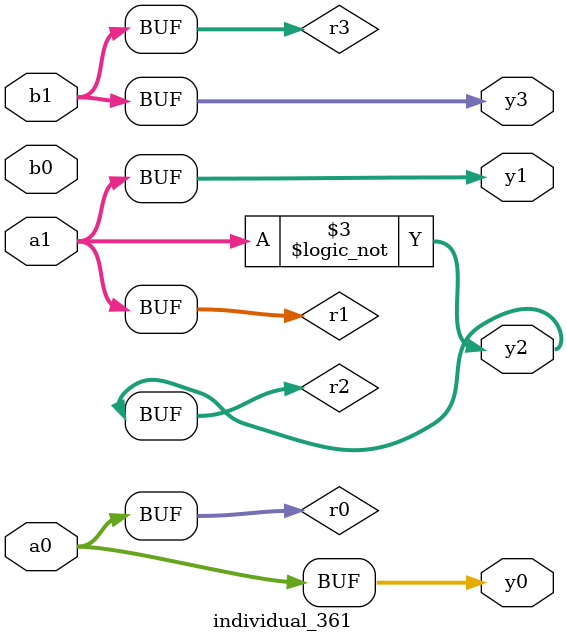
<source format=sv>
module individual_361(input logic [15:0] a1, input logic [15:0] a0, input logic [15:0] b1, input logic [15:0] b0, output logic [15:0] y3, output logic [15:0] y2, output logic [15:0] y1, output logic [15:0] y0);
logic [15:0] r0, r1, r2, r3; 
 always@(*) begin 
	 r0 = a0; r1 = a1; r2 = b0; r3 = b1; 
 	 r2 = ! a0 ;
 	 r2 = ! r1 ;
 	 y3 = r3; y2 = r2; y1 = r1; y0 = r0; 
end
endmodule
</source>
